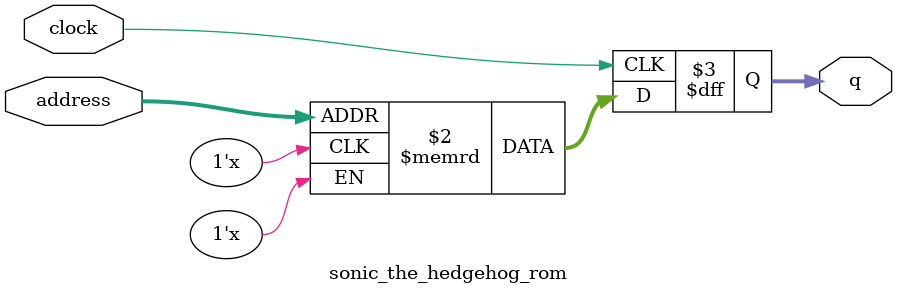
<source format=sv>
module sonic_the_hedgehog_rom (
	input logic clock,
	input logic [18:0] address,
	output logic [3:0] q
);

logic [3:0] memory [0:307199] /* synthesis ram_init_file = "./sonic_the_hedgehog/sonic_the_hedgehog.COE" */;

always_ff @ (posedge clock) begin
	q <= memory[address];
end

endmodule

</source>
